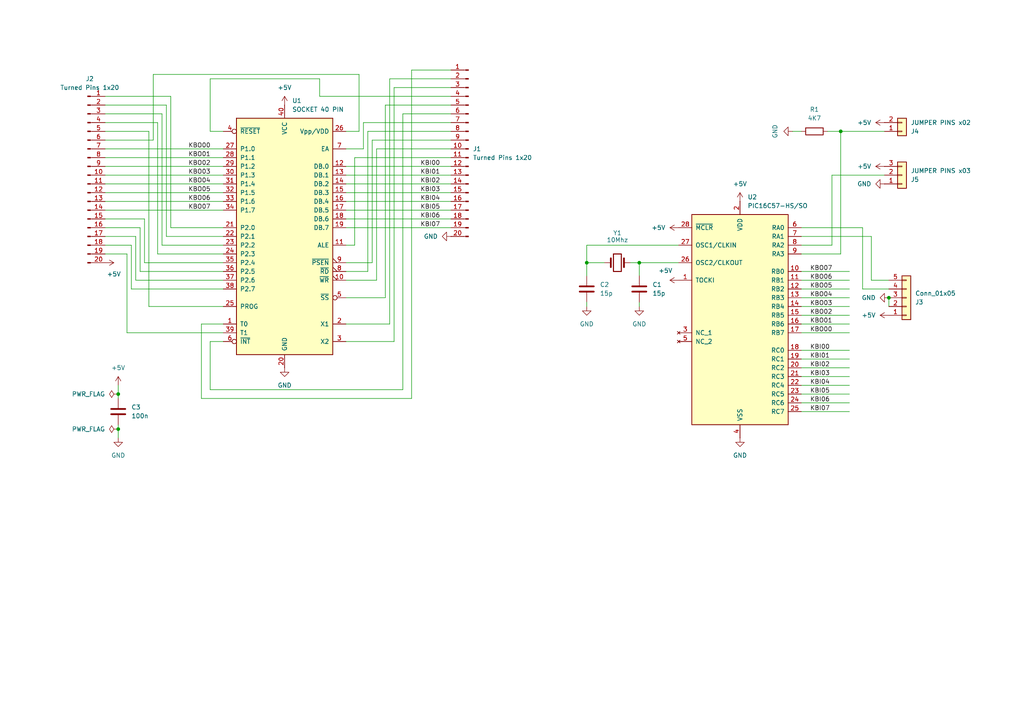
<source format=kicad_sch>
(kicad_sch (version 20231120) (generator "eeschema") (generator_version "8.0")
  (paper "A4")
  (title_block (title "DIREN Keyboard Interface for Sinclair QL") (rev "0") (company "by Alvaro Alea"))
  (lib_symbols
    (symbol "8bits:PIC16C5X-xx/SO" (pin_names (offset 1.016))
      (property "Reference" "U2" (at 2.1941 24.13 0))
      (property "Value" "PIC16C5X-xx/SO" (at 2.1941 21.59 0))
      (symbol "PIC16C5X-xx/SO_0_1"
        (rectangle (start -13.97 19.05) (end 13.97 -41.91) (stroke (width 0.254)) (fill (type background)))
      )
      (symbol "PIC16C5X-xx/SO_1_1"
        (pin input line (at -17.78 0 0) (length 3.81) (name "TOCKI") (number "1"))
        (pin bidirectional line (at 17.78 2.54 180) (length 3.81) (name "RB0") (number "10"))
        (pin bidirectional line (at 17.78 0 180) (length 3.81) (name "RB1") (number "11"))
        (pin bidirectional line (at 17.78 -2.54 180) (length 3.81) (name "RB2") (number "12"))
        (pin bidirectional line (at 17.78 -5.08 180) (length 3.81) (name "RB3") (number "13"))
        (pin bidirectional line (at 17.78 -7.62 180) (length 3.81) (name "RB4") (number "14"))
        (pin bidirectional line (at 17.78 -10.16 180) (length 3.81) (name "RB5") (number "15"))
        (pin bidirectional line (at 17.78 -12.7 180) (length 3.81) (name "RB6") (number "16"))
        (pin bidirectional line (at 17.78 -15.24 180) (length 3.81) (name "RB7") (number "17"))
        (pin bidirectional line (at 17.78 -20.32 180) (length 3.81) (name "RC0") (number "18"))
        (pin bidirectional line (at 17.78 -22.86 180) (length 3.81) (name "RC1") (number "19"))
        (pin power_in line (at 0 22.86 270) (length 3.81) (name "VDD") (number "2"))
        (pin bidirectional line (at 17.78 -25.4 180) (length 3.81) (name "RC2") (number "20"))
        (pin bidirectional line (at 17.78 -27.94 180) (length 3.81) (name "RC3") (number "21"))
        (pin bidirectional line (at 17.78 -30.48 180) (length 3.81) (name "RC4") (number "22"))
        (pin bidirectional line (at 17.78 -33.02 180) (length 3.81) (name "RC5") (number "23"))
        (pin bidirectional line (at 17.78 -35.56 180) (length 3.81) (name "RC6") (number "24"))
        (pin bidirectional line (at 17.78 -38.1 180) (length 3.81) (name "RC7") (number "25"))
        (pin output line (at -17.78 5.08 0) (length 3.81) (name "OSC2/CLKOUT") (number "26"))
        (pin input line (at -17.78 10.16 0) (length 3.81) (name "OSC1/CLKIN") (number "27"))
        (pin input line (at -17.78 15.24 0) (length 3.81) (name "~{MCLR}") (number "28"))
        (pin no_connect line (at -17.78 -15.24 0) (length 3.81) (name "NC_1") (number "3"))
        (pin power_in line (at 0 -45.72 90) (length 3.81) (name "VSS") (number "4"))
        (pin no_connect line (at -17.78 -17.78 0) (length 3.81) (name "NC_2") (number "5"))
        (pin bidirectional line (at 17.78 15.24 180) (length 3.81) (name "RA0") (number "6"))
        (pin bidirectional line (at 17.78 12.7 180) (length 3.81) (name "RA1") (number "7"))
        (pin bidirectional line (at 17.78 10.16 180) (length 3.81) (name "RA2") (number "8"))
        (pin bidirectional line (at 17.78 7.62 180) (length 3.81) (name "RA3") (number "9"))
      )
    )
    (symbol "Connector:Conn_01x20_Pin" (pin_names (offset 1.016) hide)
      (property "Reference" "J" (at 0 25.4 0))
      (property "Value" "Conn_01x20_Pin" (at 0 -27.94 0))
      (symbol "Conn_01x20_Pin_1_1"
        (polyline (pts (xy 1.27 -25.4) (xy 0.8636 -25.4)) (stroke (width 0.1524)))
        (polyline (pts (xy 1.27 -22.86) (xy 0.8636 -22.86)) (stroke (width 0.1524)))
        (polyline (pts (xy 1.27 -20.32) (xy 0.8636 -20.32)) (stroke (width 0.1524)))
        (polyline (pts (xy 1.27 -17.78) (xy 0.8636 -17.78)) (stroke (width 0.1524)))
        (polyline (pts (xy 1.27 -15.24) (xy 0.8636 -15.24)) (stroke (width 0.1524)))
        (polyline (pts (xy 1.27 -12.7) (xy 0.8636 -12.7)) (stroke (width 0.1524)))
        (polyline (pts (xy 1.27 -10.16) (xy 0.8636 -10.16)) (stroke (width 0.1524)))
        (polyline (pts (xy 1.27 -7.62) (xy 0.8636 -7.62)) (stroke (width 0.1524)))
        (polyline (pts (xy 1.27 -5.08) (xy 0.8636 -5.08)) (stroke (width 0.1524)))
        (polyline (pts (xy 1.27 -2.54) (xy 0.8636 -2.54)) (stroke (width 0.1524)))
        (polyline (pts (xy 1.27 0) (xy 0.8636 0)) (stroke (width 0.1524)))
        (polyline (pts (xy 1.27 2.54) (xy 0.8636 2.54)) (stroke (width 0.1524)))
        (polyline (pts (xy 1.27 5.08) (xy 0.8636 5.08)) (stroke (width 0.1524)))
        (polyline (pts (xy 1.27 7.62) (xy 0.8636 7.62)) (stroke (width 0.1524)))
        (polyline (pts (xy 1.27 10.16) (xy 0.8636 10.16)) (stroke (width 0.1524)))
        (polyline (pts (xy 1.27 12.7) (xy 0.8636 12.7)) (stroke (width 0.1524)))
        (polyline (pts (xy 1.27 15.24) (xy 0.8636 15.24)) (stroke (width 0.1524)))
        (polyline (pts (xy 1.27 17.78) (xy 0.8636 17.78)) (stroke (width 0.1524)))
        (polyline (pts (xy 1.27 20.32) (xy 0.8636 20.32)) (stroke (width 0.1524)))
        (polyline (pts (xy 1.27 22.86) (xy 0.8636 22.86)) (stroke (width 0.1524)))
        (rectangle (start 0.8636 -25.273) (end 0 -25.527) (stroke (width 0.1524)) (fill (type outline)))
        (rectangle (start 0.8636 -22.733) (end 0 -22.987) (stroke (width 0.1524)) (fill (type outline)))
        (rectangle (start 0.8636 -20.193) (end 0 -20.447) (stroke (width 0.1524)) (fill (type outline)))
        (rectangle (start 0.8636 -17.653) (end 0 -17.907) (stroke (width 0.1524)) (fill (type outline)))
        (rectangle (start 0.8636 -15.113) (end 0 -15.367) (stroke (width 0.1524)) (fill (type outline)))
        (rectangle (start 0.8636 -12.573) (end 0 -12.827) (stroke (width 0.1524)) (fill (type outline)))
        (rectangle (start 0.8636 -10.033) (end 0 -10.287) (stroke (width 0.1524)) (fill (type outline)))
        (rectangle (start 0.8636 -7.493) (end 0 -7.747) (stroke (width 0.1524)) (fill (type outline)))
        (rectangle (start 0.8636 -4.953) (end 0 -5.207) (stroke (width 0.1524)) (fill (type outline)))
        (rectangle (start 0.8636 -2.413) (end 0 -2.667) (stroke (width 0.1524)) (fill (type outline)))
        (rectangle (start 0.8636 0.127) (end 0 -0.127) (stroke (width 0.1524)) (fill (type outline)))
        (rectangle (start 0.8636 2.667) (end 0 2.413) (stroke (width 0.1524)) (fill (type outline)))
        (rectangle (start 0.8636 5.207) (end 0 4.953) (stroke (width 0.1524)) (fill (type outline)))
        (rectangle (start 0.8636 7.747) (end 0 7.493) (stroke (width 0.1524)) (fill (type outline)))
        (rectangle (start 0.8636 10.287) (end 0 10.033) (stroke (width 0.1524)) (fill (type outline)))
        (rectangle (start 0.8636 12.827) (end 0 12.573) (stroke (width 0.1524)) (fill (type outline)))
        (rectangle (start 0.8636 15.367) (end 0 15.113) (stroke (width 0.1524)) (fill (type outline)))
        (rectangle (start 0.8636 17.907) (end 0 17.653) (stroke (width 0.1524)) (fill (type outline)))
        (rectangle (start 0.8636 20.447) (end 0 20.193) (stroke (width 0.1524)) (fill (type outline)))
        (rectangle (start 0.8636 22.987) (end 0 22.733) (stroke (width 0.1524)) (fill (type outline)))
        (pin passive line (at 5.08 22.86 180) (length 3.81) (name "Pin_1") (number "1"))
        (pin passive line (at 5.08 0 180) (length 3.81) (name "Pin_10") (number "10"))
        (pin passive line (at 5.08 -2.54 180) (length 3.81) (name "Pin_11") (number "11"))
        (pin passive line (at 5.08 -5.08 180) (length 3.81) (name "Pin_12") (number "12"))
        (pin passive line (at 5.08 -7.62 180) (length 3.81) (name "Pin_13") (number "13"))
        (pin passive line (at 5.08 -10.16 180) (length 3.81) (name "Pin_14") (number "14"))
        (pin passive line (at 5.08 -12.7 180) (length 3.81) (name "Pin_15") (number "15"))
        (pin passive line (at 5.08 -15.24 180) (length 3.81) (name "Pin_16") (number "16"))
        (pin passive line (at 5.08 -17.78 180) (length 3.81) (name "Pin_17") (number "17"))
        (pin passive line (at 5.08 -20.32 180) (length 3.81) (name "Pin_18") (number "18"))
        (pin passive line (at 5.08 -22.86 180) (length 3.81) (name "Pin_19") (number "19"))
        (pin passive line (at 5.08 20.32 180) (length 3.81) (name "Pin_2") (number "2"))
        (pin passive line (at 5.08 -25.4 180) (length 3.81) (name "Pin_20") (number "20"))
        (pin passive line (at 5.08 17.78 180) (length 3.81) (name "Pin_3") (number "3"))
        (pin passive line (at 5.08 15.24 180) (length 3.81) (name "Pin_4") (number "4"))
        (pin passive line (at 5.08 12.7 180) (length 3.81) (name "Pin_5") (number "5"))
        (pin passive line (at 5.08 10.16 180) (length 3.81) (name "Pin_6") (number "6"))
        (pin passive line (at 5.08 7.62 180) (length 3.81) (name "Pin_7") (number "7"))
        (pin passive line (at 5.08 5.08 180) (length 3.81) (name "Pin_8") (number "8"))
        (pin passive line (at 5.08 2.54 180) (length 3.81) (name "Pin_9") (number "9"))
      )
    )
    (symbol "Connector_Generic:Conn_01x02" (pin_names (offset 1.016) hide)
      (property "Reference" "J" (at 0 2.54 0))
      (property "Value" "Conn_01x02" (at 0 -5.08 0))
      (symbol "Conn_01x02_1_1"
        (rectangle (start -1.27 -2.413) (end 0 -2.667) (stroke (width 0.1524)))
        (rectangle (start -1.27 0.127) (end 0 -0.127) (stroke (width 0.1524)))
        (rectangle (start -1.27 1.27) (end 1.27 -3.81) (stroke (width 0.254)) (fill (type background)))
        (pin passive line (at -5.08 0 0) (length 3.81) (name "Pin_1") (number "1"))
        (pin passive line (at -5.08 -2.54 0) (length 3.81) (name "Pin_2") (number "2"))
      )
    )
    (symbol "Connector_Generic:Conn_01x03" (pin_names (offset 1.016) hide)
      (property "Reference" "J" (at 0 5.08 0))
      (property "Value" "Conn_01x03" (at 0 -5.08 0))
      (symbol "Conn_01x03_1_1"
        (rectangle (start -1.27 -2.413) (end 0 -2.667) (stroke (width 0.1524)))
        (rectangle (start -1.27 0.127) (end 0 -0.127) (stroke (width 0.1524)))
        (rectangle (start -1.27 2.667) (end 0 2.413) (stroke (width 0.1524)))
        (rectangle (start -1.27 3.81) (end 1.27 -3.81) (stroke (width 0.254)) (fill (type background)))
        (pin passive line (at -5.08 2.54 0) (length 3.81) (name "Pin_1") (number "1"))
        (pin passive line (at -5.08 0 0) (length 3.81) (name "Pin_2") (number "2"))
        (pin passive line (at -5.08 -2.54 0) (length 3.81) (name "Pin_3") (number "3"))
      )
    )
    (symbol "Connector_Generic:Conn_01x05" (pin_names (offset 1.016) hide)
      (property "Reference" "J" (at 0 7.62 0))
      (property "Value" "Conn_01x05" (at 0 -7.62 0))
      (symbol "Conn_01x05_1_1"
        (rectangle (start -1.27 -4.953) (end 0 -5.207) (stroke (width 0.1524)))
        (rectangle (start -1.27 -2.413) (end 0 -2.667) (stroke (width 0.1524)))
        (rectangle (start -1.27 0.127) (end 0 -0.127) (stroke (width 0.1524)))
        (rectangle (start -1.27 2.667) (end 0 2.413) (stroke (width 0.1524)))
        (rectangle (start -1.27 5.207) (end 0 4.953) (stroke (width 0.1524)))
        (rectangle (start -1.27 6.35) (end 1.27 -6.35) (stroke (width 0.254)) (fill (type background)))
        (pin passive line (at -5.08 5.08 0) (length 3.81) (name "Pin_1") (number "1"))
        (pin passive line (at -5.08 2.54 0) (length 3.81) (name "Pin_2") (number "2"))
        (pin passive line (at -5.08 0 0) (length 3.81) (name "Pin_3") (number "3"))
        (pin passive line (at -5.08 -2.54 0) (length 3.81) (name "Pin_4") (number "4"))
        (pin passive line (at -5.08 -5.08 0) (length 3.81) (name "Pin_5") (number "5"))
      )
    )
    (symbol "Device:C" (pin_numbers hide) (pin_names (offset 0.254))
      (property "Reference" "C" (at 0.635 2.54 0))
      (property "Value" "C" (at 0.635 -2.54 0))
      (symbol "C_0_1"
        (polyline (pts (xy -2.032 -0.762) (xy 2.032 -0.762)) (stroke (width 0.508)))
        (polyline (pts (xy -2.032 0.762) (xy 2.032 0.762)) (stroke (width 0.508)))
      )
      (symbol "C_1_1"
        (pin passive line (at 0 3.81 270) (length 2.794) (name "~") (number "1"))
        (pin passive line (at 0 -3.81 90) (length 2.794) (name "~") (number "2"))
      )
    )
    (symbol "Device:Crystal" (pin_numbers hide) (pin_names (offset 1.016) hide)
      (property "Reference" "Y" (at 0 3.81 0))
      (property "Value" "Crystal" (at 0 -3.81 0))
      (symbol "Crystal_0_1"
        (rectangle (start -1.143 2.54) (end 1.143 -2.54) (stroke (width 0.3048)))
        (polyline (pts (xy -2.54 0) (xy -1.905 0)))
        (polyline (pts (xy -1.905 -1.27) (xy -1.905 1.27)) (stroke (width 0.508)))
        (polyline (pts (xy 1.905 -1.27) (xy 1.905 1.27)) (stroke (width 0.508)))
        (polyline (pts (xy 2.54 0) (xy 1.905 0)))
      )
      (symbol "Crystal_1_1"
        (pin passive line (at -3.81 0 0) (length 1.27) (name "1") (number "1"))
        (pin passive line (at 3.81 0 180) (length 1.27) (name "2") (number "2"))
      )
    )
    (symbol "Device:R" (pin_numbers hide) (pin_names (offset 0))
      (property "Reference" "R" (at 2.032 0 90))
      (property "Value" "R" (at 0 0 90))
      (symbol "R_0_1"
        (rectangle (start -1.016 -2.54) (end 1.016 2.54) (stroke (width 0.254)))
      )
      (symbol "R_1_1"
        (pin passive line (at 0 3.81 270) (length 1.27) (name "~") (number "1"))
        (pin passive line (at 0 -3.81 90) (length 1.27) (name "~") (number "2"))
      )
    )
    (symbol "MCU_Intel:8749" (pin_names (offset 1.016))
      (property "Reference" "U" (at -13.97 35.56 0))
      (property "Value" "8749" (at 8.89 35.56 0))
      (symbol "8749_1_1"
        (rectangle (start -13.97 -34.29) (end 13.97 34.29) (stroke (width 0.254)) (fill (type background)))
        (pin input line (at -17.78 -25.4 0) (length 3.81) (name "T0") (number "1"))
        (pin output output_low (at 17.78 -12.7 180) (length 3.81) (name "~{WR}") (number "10"))
        (pin output line (at 17.78 -2.54 180) (length 3.81) (name "ALE") (number "11"))
        (pin bidirectional line (at 17.78 20.32 180) (length 3.81) (name "DB.0") (number "12"))
        (pin bidirectional line (at 17.78 17.78 180) (length 3.81) (name "DB.1") (number "13"))
        (pin bidirectional line (at 17.78 15.24 180) (length 3.81) (name "DB.2") (number "14"))
        (pin bidirectional line (at 17.78 12.7 180) (length 3.81) (name "DB.3") (number "15"))
        (pin bidirectional line (at 17.78 10.16 180) (length 3.81) (name "DB.4") (number "16"))
        (pin bidirectional line (at 17.78 7.62 180) (length 3.81) (name "DB.5") (number "17"))
        (pin bidirectional line (at 17.78 5.08 180) (length 3.81) (name "DB.6") (number "18"))
        (pin bidirectional line (at 17.78 2.54 180) (length 3.81) (name "DB.7") (number "19"))
        (pin input line (at 17.78 -25.4 180) (length 3.81) (name "X1") (number "2"))
        (pin power_in line (at 0 -38.1 90) (length 3.81) (name "GND") (number "20"))
        (pin bidirectional line (at -17.78 2.54 0) (length 3.81) (name "P2.0") (number "21"))
        (pin bidirectional line (at -17.78 0 0) (length 3.81) (name "P2.1") (number "22"))
        (pin bidirectional line (at -17.78 -2.54 0) (length 3.81) (name "P2.2") (number "23"))
        (pin bidirectional line (at -17.78 -5.08 0) (length 3.81) (name "P2.3") (number "24"))
        (pin output line (at -17.78 -20.32 0) (length 3.81) (name "PROG") (number "25"))
        (pin power_in line (at 17.78 30.48 180) (length 3.81) (name "Vpp/VDD") (number "26"))
        (pin bidirectional line (at -17.78 25.4 0) (length 3.81) (name "P1.0") (number "27"))
        (pin bidirectional line (at -17.78 22.86 0) (length 3.81) (name "P1.1") (number "28"))
        (pin bidirectional line (at -17.78 20.32 0) (length 3.81) (name "P1.2") (number "29"))
        (pin output line (at 17.78 -30.48 180) (length 3.81) (name "X2") (number "3"))
        (pin bidirectional line (at -17.78 17.78 0) (length 3.81) (name "P1.3") (number "30"))
        (pin bidirectional line (at -17.78 15.24 0) (length 3.81) (name "P1.4") (number "31"))
        (pin bidirectional line (at -17.78 12.7 0) (length 3.81) (name "P1.5") (number "32"))
        (pin bidirectional line (at -17.78 10.16 0) (length 3.81) (name "P1.6") (number "33"))
        (pin bidirectional line (at -17.78 7.62 0) (length 3.81) (name "P1.7") (number "34"))
        (pin bidirectional line (at -17.78 -7.62 0) (length 3.81) (name "P2.4") (number "35"))
        (pin bidirectional line (at -17.78 -10.16 0) (length 3.81) (name "P2.5") (number "36"))
        (pin bidirectional line (at -17.78 -12.7 0) (length 3.81) (name "P2.6") (number "37"))
        (pin bidirectional line (at -17.78 -15.24 0) (length 3.81) (name "P2.7") (number "38"))
        (pin input line (at -17.78 -27.94 0) (length 3.81) (name "T1") (number "39"))
        (pin input inverted (at -17.78 30.48 0) (length 3.81) (name "~{RESET}") (number "4"))
        (pin power_in line (at 0 38.1 270) (length 3.81) (name "VCC") (number "40"))
        (pin input inverted (at 17.78 -17.78 180) (length 3.81) (name "~{SS}") (number "5"))
        (pin input inverted (at -17.78 -30.48 0) (length 3.81) (name "~{INT}") (number "6"))
        (pin input line (at 17.78 25.4 180) (length 3.81) (name "EA") (number "7"))
        (pin output output_low (at 17.78 -10.16 180) (length 3.81) (name "~{RD}") (number "8"))
        (pin output output_low (at 17.78 -7.62 180) (length 3.81) (name "~{PSEN}") (number "9"))
      )
    )
    (symbol "power:+5V" (power) (pin_numbers hide) (pin_names (offset 0) hide)
      (property "Value" "+5V" (at 0 3.556 0))
      (symbol "+5V_0_1"
        (polyline (pts (xy -0.762 1.27) (xy 0 2.54)))
        (polyline (pts (xy 0 0) (xy 0 2.54)))
        (polyline (pts (xy 0 2.54) (xy 0.762 1.27)))
      )
      (symbol "+5V_1_1"
        (pin power_in line (at 0 0 90) (length 0) (name "~") (number "1"))
      )
    )
    (symbol "power:GND" (power) (pin_numbers hide) (pin_names (offset 0) hide)
      (property "Value" "GND" (at 0 -3.81 0))
      (symbol "GND_0_1"
        (polyline (pts (xy 0 0) (xy 0 -1.27) (xy 1.27 -1.27) (xy 0 -2.54) (xy -1.27 -1.27) (xy 0 -1.27)))
      )
      (symbol "GND_1_1"
        (pin power_in line (at 0 0 270) (length 0) (name "~") (number "1"))
      )
    )
    (symbol "power:PWR_FLAG" (power) (pin_numbers hide) (pin_names (offset 0) hide)
      (property "Value" "PWR_FLAG" (at 0 3.81 0))
      (symbol "PWR_FLAG_0_0"
        (pin power_out line (at 0 0 90) (length 0) (name "~") (number "1"))
      )
      (symbol "PWR_FLAG_0_1"
        (polyline (pts (xy 0 0) (xy 0 1.27) (xy -1.016 1.905) (xy 0 2.54) (xy 1.016 1.905) (xy 0 1.27)))
      )
    )
  )
  (junction (at 34.29 124.46))
  (junction (at 257.81 86.36))
  (junction (at 243.84 38.1))
  (junction (at 170.18 76.2))
  (junction (at 34.29 114.3))
  (junction (at 185.42 76.2))
  (wire (pts (xy 39.37 81.28) (xy 64.77 81.28)))
  (wire (pts (xy 232.41 101.6) (xy 246.38 101.6)))
  (wire (pts (xy 100.33 48.26) (xy 130.81 48.26)))
  (wire (pts (xy 34.29 111.76) (xy 34.29 114.3)))
  (wire (pts (xy 130.81 40.64) (xy 107.95 40.64)))
  (wire (pts (xy 64.77 66.04) (xy 49.53 66.04)))
  (wire (pts (xy 241.3 71.12) (xy 241.3 50.8)))
  (wire (pts (xy 40.64 78.74) (xy 64.77 78.74)))
  (wire (pts (xy 60.96 22.86) (xy 60.96 38.1)))
  (wire (pts (xy 100.33 50.8) (xy 130.81 50.8)))
  (wire (pts (xy 109.22 43.18) (xy 109.22 81.28)))
  (wire (pts (xy 105.41 43.18) (xy 105.41 35.56)))
  (wire (pts (xy 257.81 81.28) (xy 252.73 81.28)))
  (wire (pts (xy 232.41 71.12) (xy 241.3 71.12)))
  (wire (pts (xy 30.48 55.88) (xy 64.77 55.88)))
  (wire (pts (xy 170.18 76.2) (xy 175.26 76.2)))
  (wire (pts (xy 257.81 86.36) (xy 257.81 88.9)))
  (wire (pts (xy 38.1 83.82) (xy 64.77 83.82)))
  (wire (pts (xy 232.41 66.04) (xy 250.19 66.04)))
  (wire (pts (xy 130.81 45.72) (xy 102.87 45.72)))
  (wire (pts (xy 34.29 127) (xy 34.29 124.46)))
  (wire (pts (xy 232.41 109.22) (xy 246.38 109.22)))
  (wire (pts (xy 30.48 43.18) (xy 64.77 43.18)))
  (wire (pts (xy 105.41 35.56) (xy 130.81 35.56)))
  (wire (pts (xy 106.68 38.1) (xy 106.68 78.74)))
  (wire (pts (xy 232.41 116.84) (xy 246.38 116.84)))
  (wire (pts (xy 232.41 88.9) (xy 246.38 88.9)))
  (wire (pts (xy 30.48 71.12) (xy 38.1 71.12)))
  (wire (pts (xy 44.45 21.59) (xy 44.45 40.64)))
  (wire (pts (xy 100.33 53.34) (xy 130.81 53.34)))
  (wire (pts (xy 119.38 20.32) (xy 130.81 20.32)))
  (wire (pts (xy 49.53 66.04) (xy 49.53 27.94)))
  (wire (pts (xy 232.41 114.3) (xy 246.38 114.3)))
  (wire (pts (xy 232.41 91.44) (xy 246.38 91.44)))
  (wire (pts (xy 30.48 35.56) (xy 45.72 35.56)))
  (wire (pts (xy 64.77 96.52) (xy 36.83 96.52)))
  (wire (pts (xy 170.18 71.12) (xy 170.18 76.2)))
  (wire (pts (xy 30.48 30.48) (xy 48.26 30.48)))
  (wire (pts (xy 30.48 50.8) (xy 64.77 50.8)))
  (wire (pts (xy 60.96 99.06) (xy 60.96 113.03)))
  (wire (pts (xy 43.18 88.9) (xy 43.18 38.1)))
  (wire (pts (xy 46.99 33.02) (xy 30.48 33.02)))
  (wire (pts (xy 111.76 86.36) (xy 111.76 30.48)))
  (wire (pts (xy 30.48 66.04) (xy 40.64 66.04)))
  (wire (pts (xy 232.41 86.36) (xy 246.38 86.36)))
  (wire (pts (xy 232.41 93.98) (xy 246.38 93.98)))
  (wire (pts (xy 58.42 93.98) (xy 58.42 115.57)))
  (wire (pts (xy 100.33 38.1) (xy 104.14 38.1)))
  (wire (pts (xy 30.48 58.42) (xy 64.77 58.42)))
  (wire (pts (xy 243.84 38.1) (xy 243.84 73.66)))
  (wire (pts (xy 40.64 66.04) (xy 40.64 78.74)))
  (wire (pts (xy 64.77 88.9) (xy 43.18 88.9)))
  (wire (pts (xy 250.19 83.82) (xy 257.81 83.82)))
  (wire (pts (xy 104.14 21.59) (xy 44.45 21.59)))
  (wire (pts (xy 111.76 30.48) (xy 130.81 30.48)))
  (wire (pts (xy 185.42 76.2) (xy 185.42 80.01)))
  (wire (pts (xy 64.77 93.98) (xy 58.42 93.98)))
  (wire (pts (xy 114.3 25.4) (xy 130.81 25.4)))
  (wire (pts (xy 100.33 99.06) (xy 114.3 99.06)))
  (wire (pts (xy 113.03 22.86) (xy 130.81 22.86)))
  (wire (pts (xy 232.41 83.82) (xy 246.38 83.82)))
  (wire (pts (xy 130.81 27.94) (xy 92.71 27.94)))
  (wire (pts (xy 100.33 58.42) (xy 130.81 58.42)))
  (wire (pts (xy 232.41 104.14) (xy 246.38 104.14)))
  (wire (pts (xy 182.88 76.2) (xy 185.42 76.2)))
  (wire (pts (xy 36.83 73.66) (xy 30.48 73.66)))
  (wire (pts (xy 232.41 81.28) (xy 246.38 81.28)))
  (wire (pts (xy 48.26 30.48) (xy 48.26 68.58)))
  (wire (pts (xy 232.41 73.66) (xy 243.84 73.66)))
  (wire (pts (xy 100.33 55.88) (xy 130.81 55.88)))
  (wire (pts (xy 41.91 76.2) (xy 64.77 76.2)))
  (wire (pts (xy 246.38 78.74) (xy 232.41 78.74)))
  (wire (pts (xy 106.68 78.74) (xy 100.33 78.74)))
  (wire (pts (xy 232.41 96.52) (xy 246.38 96.52)))
  (wire (pts (xy 92.71 27.94) (xy 92.71 22.86)))
  (wire (pts (xy 39.37 68.58) (xy 39.37 81.28)))
  (wire (pts (xy 30.48 68.58) (xy 39.37 68.58)))
  (wire (pts (xy 60.96 113.03) (xy 116.84 113.03)))
  (wire (pts (xy 116.84 113.03) (xy 116.84 33.02)))
  (wire (pts (xy 30.48 60.96) (xy 64.77 60.96)))
  (wire (pts (xy 64.77 99.06) (xy 60.96 99.06)))
  (wire (pts (xy 60.96 38.1) (xy 64.77 38.1)))
  (wire (pts (xy 252.73 68.58) (xy 252.73 81.28)))
  (wire (pts (xy 196.85 71.12) (xy 170.18 71.12)))
  (wire (pts (xy 58.42 115.57) (xy 119.38 115.57)))
  (wire (pts (xy 102.87 71.12) (xy 100.33 71.12)))
  (wire (pts (xy 130.81 38.1) (xy 106.68 38.1)))
  (wire (pts (xy 119.38 115.57) (xy 119.38 20.32)))
  (wire (pts (xy 241.3 50.8) (xy 256.54 50.8)))
  (wire (pts (xy 34.29 124.46) (xy 34.29 123.19)))
  (wire (pts (xy 30.48 45.72) (xy 64.77 45.72)))
  (wire (pts (xy 64.77 71.12) (xy 46.99 71.12)))
  (wire (pts (xy 46.99 71.12) (xy 46.99 33.02)))
  (wire (pts (xy 45.72 73.66) (xy 64.77 73.66)))
  (wire (pts (xy 114.3 99.06) (xy 114.3 25.4)))
  (wire (pts (xy 100.33 93.98) (xy 113.03 93.98)))
  (wire (pts (xy 38.1 71.12) (xy 38.1 83.82)))
  (wire (pts (xy 45.72 35.56) (xy 45.72 73.66)))
  (wire (pts (xy 256.54 38.1) (xy 243.84 38.1)))
  (wire (pts (xy 100.33 66.04) (xy 130.81 66.04)))
  (wire (pts (xy 232.41 38.1) (xy 229.87 38.1)))
  (wire (pts (xy 250.19 66.04) (xy 250.19 83.82)))
  (wire (pts (xy 170.18 76.2) (xy 170.18 80.01)))
  (wire (pts (xy 36.83 96.52) (xy 36.83 73.66)))
  (wire (pts (xy 243.84 38.1) (xy 240.03 38.1)))
  (wire (pts (xy 43.18 38.1) (xy 30.48 38.1)))
  (wire (pts (xy 102.87 45.72) (xy 102.87 71.12)))
  (wire (pts (xy 232.41 68.58) (xy 252.73 68.58)))
  (wire (pts (xy 100.33 86.36) (xy 111.76 86.36)))
  (wire (pts (xy 30.48 53.34) (xy 64.77 53.34)))
  (wire (pts (xy 100.33 60.96) (xy 130.81 60.96)))
  (wire (pts (xy 109.22 81.28) (xy 100.33 81.28)))
  (wire (pts (xy 30.48 63.5) (xy 41.91 63.5)))
  (wire (pts (xy 232.41 119.38) (xy 246.38 119.38)))
  (wire (pts (xy 113.03 93.98) (xy 113.03 22.86)))
  (wire (pts (xy 48.26 68.58) (xy 64.77 68.58)))
  (wire (pts (xy 107.95 40.64) (xy 107.95 76.2)))
  (wire (pts (xy 49.53 27.94) (xy 30.48 27.94)))
  (wire (pts (xy 92.71 22.86) (xy 60.96 22.86)))
  (wire (pts (xy 44.45 40.64) (xy 30.48 40.64)))
  (wire (pts (xy 185.42 88.9) (xy 185.42 87.63)))
  (wire (pts (xy 107.95 76.2) (xy 100.33 76.2)))
  (wire (pts (xy 116.84 33.02) (xy 130.81 33.02)))
  (wire (pts (xy 170.18 88.9) (xy 170.18 87.63)))
  (wire (pts (xy 30.48 48.26) (xy 64.77 48.26)))
  (wire (pts (xy 100.33 63.5) (xy 130.81 63.5)))
  (wire (pts (xy 232.41 106.68) (xy 246.38 106.68)))
  (wire (pts (xy 185.42 76.2) (xy 196.85 76.2)))
  (wire (pts (xy 104.14 38.1) (xy 104.14 21.59)))
  (wire (pts (xy 232.41 111.76) (xy 246.38 111.76)))
  (wire (pts (xy 34.29 114.3) (xy 34.29 115.57)))
  (wire (pts (xy 130.81 43.18) (xy 109.22 43.18)))
  (wire (pts (xy 100.33 43.18) (xy 105.41 43.18)))
  (wire (pts (xy 41.91 63.5) (xy 41.91 76.2)))
  (label "KBI00" (at 234.95 101.6 0))
  (label "KBI03" (at 234.95 109.22 0))
  (label "KBO03" (at 54.61 50.8 0))
  (label "KBI05" (at 121.92 60.96 0))
  (label "KBI07" (at 121.92 66.04 0))
  (label "KBO03" (at 234.95 88.9 0))
  (label "KBO06" (at 54.61 58.42 0))
  (label "KBO05" (at 234.95 83.82 0))
  (label "KBI02" (at 234.95 106.68 0))
  (label "KBI07" (at 234.95 119.38 0))
  (label "KBO07" (at 54.61 60.96 0))
  (label "KBI04" (at 121.92 58.42 0))
  (label "KBI01" (at 234.95 104.14 0))
  (label "KBI02" (at 121.92 53.34 0))
  (label "KBO02" (at 234.95 91.44 0))
  (label "KBO00" (at 54.61 43.18 0))
  (label "KBO06" (at 234.95 81.28 0))
  (label "KBO04" (at 234.95 86.36 0))
  (label "KBO04" (at 54.61 53.34 0))
  (label "KBO01" (at 54.61 45.72 0))
  (label "KBI06" (at 234.95 116.84 0))
  (label "KBO00" (at 234.95 96.52 0))
  (label "KBO07" (at 234.95 78.74 0))
  (label "KBO01" (at 234.95 93.98 0))
  (label "KBO02" (at 54.61 48.26 0))
  (label "KBI06" (at 121.92 63.5 0))
  (label "KBO05" (at 54.61 55.88 0))
  (label "KBI00" (at 121.92 48.26 0))
  (label "KBI04" (at 234.95 111.76 0))
  (label "KBI03" (at 121.92 55.88 0))
  (label "KBI05" (at 234.95 114.3 0))
  (label "KBI01" (at 121.92 50.8 0))
  (symbol (lib_id "Connector:Conn_01x20_Pin") (at 25.4 50.8 0) (unit 1)
    (property "Reference" "J2" (at 26.035 22.86 0))
    (property "Value" "Turned Pins 1x20" (at 26.035 25.4 0))
    (property "Footprint" "Connector_PinHeader_2.54mm:PinHeader_1x20_P2.54mm_Vertical" (effects (hide yes)))
    (property "Description" "Generic connector, single row, 01x20, script generated" (effects (hide yes)))
  )
  (symbol (lib_id "power:GND") (at 257.81 86.36 270) (unit 1)
    (property "Reference" "#PWR010" (effects (hide yes)))
    (property "Value" "GND" (at 254 86.3599 90) (effects (justify right)))
    (property "Description" "Power symbol creates a global label with name \"GND\" , ground" (effects (hide yes)))
  )
  (symbol (lib_id "Device:C") (at 185.42 83.82 0) (unit 1)
    (property "Reference" "C1" (at 189.23 82.5499 0) (effects (justify left)))
    (property "Value" "15p" (at 189.23 85.0899 0) (effects (justify left)))
    (property "Footprint" "Capacitor_THT:C_Disc_D4.3mm_W1.9mm_P5.00mm" (effects (hide yes)))
    (property "Description" "Unpolarized capacitor" (effects (hide yes)))
  )
  (symbol (lib_id "Device:C") (at 34.29 119.38 0) (unit 1)
    (property "Reference" "C3" (at 38.1 118.1099 0) (effects (justify left)))
    (property "Value" "100n" (at 38.1 120.6499 0) (effects (justify left)))
    (property "Footprint" "Capacitor_THT:C_Disc_D4.3mm_W1.9mm_P5.00mm" (effects (hide yes)))
    (property "Description" "Unpolarized capacitor" (effects (hide yes)))
  )
  (symbol (lib_id "power:GND") (at 229.87 38.1 270) (unit 1)
    (property "Reference" "#PWR011" (effects (hide yes)))
    (property "Value" "GND" (at 224.79 38.1 0))
    (property "Description" "Power symbol creates a global label with name \"GND\" , ground" (effects (hide yes)))
  )
  (symbol (lib_id "Device:C") (at 170.18 83.82 0) (unit 1)
    (property "Reference" "C2" (at 173.99 82.5499 0) (effects (justify left)))
    (property "Value" "15p" (at 173.99 85.0899 0) (effects (justify left)))
    (property "Footprint" "Capacitor_THT:C_Disc_D4.3mm_W1.9mm_P5.00mm" (effects (hide yes)))
    (property "Description" "Unpolarized capacitor" (effects (hide yes)))
  )
  (symbol (lib_id "power:+5V") (at 196.85 66.04 90) (unit 1)
    (property "Reference" "#PWR017" (effects (hide yes)))
    (property "Value" "+5V" (at 193.04 66.0399 90) (effects (justify left)))
    (property "Description" "Power symbol creates a global label with name \"+5V\"" (effects (hide yes)))
  )
  (symbol (lib_id "power:GND") (at 82.55 106.68 0) (unit 1)
    (property "Reference" "#PWR03" (effects (hide yes)))
    (property "Value" "GND" (at 82.55 111.76 0))
    (property "Description" "Power symbol creates a global label with name \"GND\" , ground" (effects (hide yes)))
  )
  (symbol (lib_id "Connector_Generic:Conn_01x03") (at 261.62 50.8 0) (mirror x) (unit 1)
    (property "Reference" "J5" (at 264.16 52.0701 0) (effects (justify left)))
    (property "Value" "JUMPER PINS x03" (at 264.16 49.5301 0) (effects (justify left)))
    (property "Footprint" "Connector_PinHeader_2.54mm:PinHeader_1x03_P2.54mm_Horizontal" (effects (hide yes)))
    (property "Description" "Generic connector, single row, 01x03, script generated (kicad-library-utils/schlib/autogen/connector/)" (effects (hide yes)))
  )
  (symbol (lib_id "power:GND") (at 185.42 88.9 0) (unit 1)
    (property "Reference" "#PWR06" (effects (hide yes)))
    (property "Value" "GND" (at 185.42 93.98 0))
    (property "Description" "Power symbol creates a global label with name \"GND\" , ground" (effects (hide yes)))
  )
  (symbol (lib_id "power:PWR_FLAG") (at 34.29 124.46 90) (unit 1)
    (property "Reference" "#FLG02" (effects (hide yes)))
    (property "Value" "PWR_FLAG" (at 30.48 124.4599 90) (effects (justify left)))
    (property "Description" "Special symbol for telling ERC where power comes from" (effects (hide yes)))
  )
  (symbol (lib_id "power:GND") (at 130.81 68.58 270) (unit 1)
    (property "Reference" "#PWR04" (effects (hide yes)))
    (property "Value" "GND" (at 127 68.5799 90) (effects (justify right)))
    (property "Description" "Power symbol creates a global label with name \"GND\" , ground" (effects (hide yes)))
  )
  (symbol (lib_id "Device:R") (at 236.22 38.1 270) (unit 1)
    (property "Reference" "R1" (at 236.22 31.75 90))
    (property "Value" "4K7" (at 236.22 34.29 90))
    (property "Footprint" "Resistor_THT:R_Axial_DIN0207_L6.3mm_D2.5mm_P7.62mm_Horizontal" (effects (hide yes)))
    (property "Description" "Resistor" (effects (hide yes)))
  )
  (symbol (lib_id "Connector:Conn_01x20_Pin") (at 135.89 43.18 0) (mirror y) (unit 1)
    (property "Reference" "J1" (at 137.16 43.1799 0) (effects (justify right)))
    (property "Value" "Turned Pins 1x20" (at 137.16 45.7199 0) (effects (justify right)))
    (property "Footprint" "Connector_PinHeader_2.54mm:PinHeader_1x20_P2.54mm_Vertical" (effects (hide yes)))
    (property "Description" "Generic connector, single row, 01x20, script generated" (effects (hide yes)))
  )
  (symbol (lib_id "power:PWR_FLAG") (at 34.29 114.3 90) (unit 1)
    (property "Reference" "#FLG01" (effects (hide yes)))
    (property "Value" "PWR_FLAG" (at 30.48 114.2999 90) (effects (justify left)))
    (property "Description" "Special symbol for telling ERC where power comes from" (effects (hide yes)))
  )
  (symbol (lib_id "power:+5V") (at 196.85 81.28 90) (unit 1)
    (property "Reference" "#PWR019" (effects (hide yes)))
    (property "Value" "+5V" (at 195.072 78.486 90) (effects (justify left)))
    (property "Description" "Power symbol creates a global label with name \"+5V\"" (effects (hide yes)))
  )
  (symbol (lib_id "power:+5V") (at 30.48 76.2 270) (unit 1)
    (property "Reference" "#PWR02" (effects (hide yes)))
    (property "Value" "+5V" (at 30.988 79.502 90) (effects (justify left)))
    (property "Description" "Power symbol creates a global label with name \"+5V\"" (effects (hide yes)))
  )
  (symbol (lib_id "Device:Crystal") (at 179.07 76.2 0) (mirror x) (unit 1)
    (property "Reference" "Y1" (at 179.07 67.564 0))
    (property "Value" "10Mhz" (at 179.07 69.596 0))
    (property "Footprint" "Crystal:Crystal_HC49-U_Horizontal" (effects (hide yes)))
    (property "Description" "Two pin crystal" (effects (hide yes)))
  )
  (symbol (lib_id "power:GND") (at 34.29 127 0) (unit 1)
    (property "Reference" "#PWR012" (effects (hide yes)))
    (property "Value" "GND" (at 34.29 132.08 0))
    (property "Description" "Power symbol creates a global label with name \"GND\" , ground" (effects (hide yes)))
  )
  (symbol (lib_id "MCU_Intel:8749") (at 82.55 68.58 0) (unit 1)
    (property "Reference" "U1" (at 84.7441 29.21 0) (effects (justify left)))
    (property "Value" "SOCKET 40 PIN" (at 84.7441 31.75 0) (effects (justify left)))
    (property "Footprint" "Package_DIP:DIP-40_W15.24mm_Socket" (effects (hide yes)))
    (property "Description" "i8748, MCS-48 8-bit Microcontroller with Internal EPROM, 2KB EPROM, 128B RAM, DIP-40" (effects (hide yes)))
  )
  (symbol (lib_id "power:GND") (at 214.63 127 0) (unit 1)
    (property "Reference" "#PWR07" (effects (hide yes)))
    (property "Value" "GND" (at 214.63 132.08 0))
    (property "Description" "Power symbol creates a global label with name \"GND\" , ground" (effects (hide yes)))
  )
  (symbol (lib_id "power:+5V") (at 257.81 91.44 90) (unit 1)
    (property "Reference" "#PWR09" (effects (hide yes)))
    (property "Value" "+5V" (at 254 91.4399 90) (effects (justify left)))
    (property "Description" "Power symbol creates a global label with name \"+5V\"" (effects (hide yes)))
  )
  (symbol (lib_id "Connector_Generic:Conn_01x02") (at 261.62 38.1 0) (mirror x) (unit 1)
    (property "Reference" "J4" (at 264.16 38.1001 0) (effects (justify left)))
    (property "Value" "JUMPER PINS x02" (at 264.16 35.5601 0) (effects (justify left)))
    (property "Footprint" "Connector_PinHeader_2.54mm:PinHeader_1x02_P2.54mm_Horizontal" (effects (hide yes)))
    (property "Description" "Generic connector, single row, 01x02, script generated (kicad-library-utils/schlib/autogen/connector/)" (effects (hide yes)))
  )
  (symbol (lib_id "power:+5V") (at 256.54 48.26 90) (unit 1)
    (property "Reference" "#PWR015" (effects (hide yes)))
    (property "Value" "+5V" (at 252.73 48.2599 90) (effects (justify left)))
    (property "Description" "Power symbol creates a global label with name \"+5V\"" (effects (hide yes)))
  )
  (symbol (lib_id "power:+5V") (at 214.63 58.42 0) (unit 1)
    (property "Reference" "#PWR08" (effects (hide yes)))
    (property "Value" "+5V" (at 214.63 53.34 0))
    (property "Description" "Power symbol creates a global label with name \"+5V\"" (effects (hide yes)))
  )
  (symbol (lib_id "power:+5V") (at 34.29 111.76 0) (unit 1)
    (property "Reference" "#PWR013" (effects (hide yes)))
    (property "Value" "+5V" (at 34.29 106.68 0))
    (property "Description" "Power symbol creates a global label with name \"+5V\"" (effects (hide yes)))
  )
  (symbol (lib_id "power:+5V") (at 256.54 35.56 90) (unit 1)
    (property "Reference" "#PWR014" (effects (hide yes)))
    (property "Value" "+5V" (at 252.73 35.5599 90) (effects (justify left)))
    (property "Description" "Power symbol creates a global label with name \"+5V\"" (effects (hide yes)))
  )
  (symbol (lib_id "8bits:PIC16C5X-xx/SO") (at 214.63 81.28 0) (unit 1)
    (property "Reference" "U2" (at 216.8241 57.15 0) (effects (justify left)))
    (property "Value" "PIC16C57-HS/SO" (at 216.8241 59.69 0) (effects (justify left)))
    (property "Footprint" "Package_SO:SOIC-28W_7.5x17.9mm_P1.27mm" (effects (hide yes)))
    (property "Datasheet" "https://ww1.microchip.com/downloads/aemDocuments/documents/MCU08/ProductDocuments/DataSheets/30453E.pdf" (effects (hide yes)))
    (property "Description" "PIC16C5x, 1-2K Flash, 68B SRAM, 64B EEPROM, SOIC-28" (effects (hide yes)))
  )
  (symbol (lib_id "power:+5V") (at 82.55 30.48 0) (unit 1)
    (property "Reference" "#PWR01" (effects (hide yes)))
    (property "Value" "+5V" (at 82.55 25.4 0))
    (property "Description" "Power symbol creates a global label with name \"+5V\"" (effects (hide yes)))
  )
  (symbol (lib_id "power:GND") (at 170.18 88.9 0) (unit 1)
    (property "Reference" "#PWR05" (effects (hide yes)))
    (property "Value" "GND" (at 170.18 93.98 0))
    (property "Description" "Power symbol creates a global label with name \"GND\" , ground" (effects (hide yes)))
  )
  (symbol (lib_id "power:GND") (at 256.54 53.34 270) (unit 1)
    (property "Reference" "#PWR016" (effects (hide yes)))
    (property "Value" "GND" (at 252.73 53.3399 90) (effects (justify right)))
    (property "Description" "Power symbol creates a global label with name \"GND\" , ground" (effects (hide yes)))
  )
  (symbol (lib_id "Connector_Generic:Conn_01x05") (at 262.89 86.36 0) (mirror x) (unit 1)
    (property "Reference" "J3" (at 265.43 87.6301 0) (effects (justify left)))
    (property "Value" "Conn_01x05" (at 265.43 85.0901 0) (effects (justify left)))
    (property "Footprint" "Connector_PinHeader_2.54mm:PinHeader_1x05_P2.54mm_Horizontal" (effects (hide yes)))
    (property "Description" "Generic connector, single row, 01x05, script generated (kicad-library-utils/schlib/autogen/connector/)" (effects (hide yes)))
  )
)
</source>
